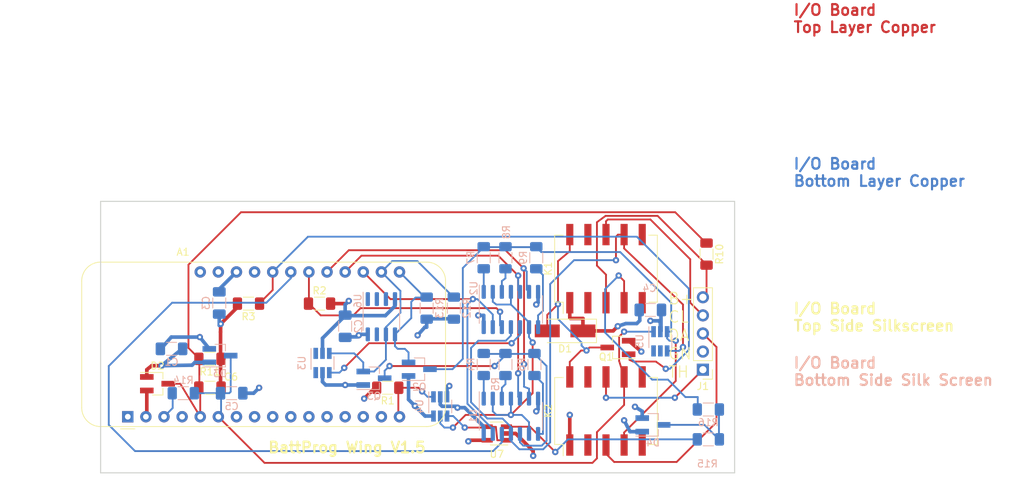
<source format=kicad_pcb>
(kicad_pcb (version 20211014) (generator pcbnew)
  (title_block (title "I/O Board Layout") (date "2022-10-07") (rev "1.5"))
  (layers (0 "F.Cu" signal) (1 "In1.Cu" power) (2 "In2.Cu" power) (31 "B.Cu" signal) (34 "B.Paste" user) (35 "F.Paste" user) (36 "B.SilkS" user "B.Silkscreen") (37 "F.SilkS" user "F.Silkscreen") (38 "B.Mask" user) (39 "F.Mask" user) (44 "Edge.Cuts" user))
  (net 0 "")
  (net 1 "GND")
  (net 2 "+5V")
  (net 3 "Net-(U2-Pad10)")
  (net 4 "/Batt+")
  (net 5 "/Batt_SCL")
  (net 6 "/Batt_SDA")
  (net 7 "Net-(R5-Pad2)")
  (net 8 "Net-(R9-Pad2)")
  (net 9 "Net-(R6-Pad2)")
  (net 10 "/PAS_CLK_EN")
  (net 11 "Net-(R7-Pad2)")
  (net 12 "Net-(R8-Pad2)")
  (net 13 "/ACT_CLK_EN")
  (net 14 "+3.3V")
  (net 15 "/AREF")
  (net 16 "Net-(J1-Pad5)")
  (net 17 "Net-(J1-Pad4)")
  (net 18 "/BattDiv")
  (net 19 "Net-(D1-Pad2)")
  (net 20 "Net-(J1-Pad3)")
  (net 21 "Net-(J1-Pad1)")
  (net 22 "/THERM")
  (net 23 "/HV_SCL")
  (net 24 "/PU_EN0")
  (net 25 "/PU_EN1")
  (net 26 "/PU_EN2")
  (net 27 "/SCL")
  (net 28 "/SDA")
  (net 29 "/Batt_Rly")
  (net 30 "Net-(R4-Pad2)")
  (net 31 "/PULL_SEL")
  (net 32 "/PULL_VOLT")
  (net 33 "Net-(D4-Pad3)")
  (net 34 "Net-(R15-Pad2)")
  (net 35 "Net-(U4-Pad4)")
  (footprint "Package_TO_SOT_SMD:SOT-23_Handsoldering" (layer "F.Cu") (at 175.411 104.328 180)
    (fp_text reference "Q1")
    (fp_text value "BSS806N")
  )
  (footprint "Resistor_SMD:R_1206_3216Metric_Pad1.30x1.75mm_HandSolder" (layer "F.Cu") (at 143.129 109.982 180)
    (fp_text reference "R1")
    (fp_text value "100K")
  )
  (footprint "Resistor_SMD:R_1206_3216Metric_Pad1.30x1.75mm_HandSolder" (layer "F.Cu") (at 133.5675 98.171)
    (fp_text reference "R2")
    (fp_text value "100K")
  )
  (footprint "Resistor_SMD:R_1206_3216Metric_Pad1.30x1.75mm_HandSolder" (layer "F.Cu") (at 187.833 91.2225 -90)
    (fp_text reference "R10")
    (fp_text value "6.81K")
  )
  (footprint "Feather:Adafruit_Feather" (layer "F.Cu") (at 106.68 114.046 90)
    (fp_text reference "A1")
    (fp_text value "Adafruit_Feather_M4_Express")
  )
  (footprint "Capacitor_SMD:C_1206_3216Metric_Pad1.33x1.80mm_HandSolder" (layer "F.Cu") (at 118.2005 109.982)
    (fp_text reference "C6")
    (fp_text value ".1uf")
  )
  (footprint "Connector_PinHeader_2.54mm:PinHeader_1x05_P2.54mm_Vertical" (layer "F.Cu") (at 187.325 107.442 180)
    (fp_text reference "J1")
    (fp_text value "Conn_01x05")
  )
  (footprint "Resistor_SMD:R_1206_3216Metric_Pad1.30x1.75mm_HandSolder" (layer "F.Cu") (at 118.2005 105.918 180)
    (fp_text reference "R11")
    (fp_text value "3.65K")
  )
  (footprint "Diode_SMD:D_SMA_Handsoldering" (layer "F.Cu") (at 168 102 180)
    (fp_text reference "D1")
    (fp_text value "S1A")
  )
  (footprint "BattProg:Relay_DPDT_Omron_G6H-2F" (layer "F.Cu") (at 173.736 93.264 90)
    (fp_text reference "K1")
    (fp_text value "EB2-5NU")
  )
  (footprint "BattProg:Relay_DPDT_Omron_G6H-2F" (layer "F.Cu") (at 173.736 113.238 90)
    (fp_text reference "K2")
    (fp_text value "EB2-5NU")
  )
  (footprint "Resistor_SMD:R_1206_3216Metric_Pad1.30x1.75mm_HandSolder" (layer "F.Cu") (at 123.6075 98.171 180)
    (fp_text reference "R3")
    (fp_text value "100K")
  )
  (footprint "Package_TO_SOT_SMD:SOT-23_Handsoldering" (layer "F.Cu") (at 110.847 109.413)
    (fp_text reference "D2")
    (fp_text value "BAS70-04")
  )
  (footprint "Package_TO_SOT_SMD:SOT-23-5_HandSoldering" (layer "F.Cu") (at 158.4236 116.398 180)
    (fp_text reference "U7")
    (fp_text value "MAX4321")
  )
  (footprint "Package_TO_SOT_SMD:SOT-23_Handsoldering" (layer "B.Cu") (at 147.55 107.376)
    (fp_text reference "Q2")
    (fp_text value "BSS806N")
  )
  (footprint "Package_TO_SOT_SMD:SOT-23_Handsoldering" (layer "B.Cu") (at 141.2 108.646)
    (fp_text reference "Q3")
    (fp_text value "BSS806N")
  )
  (footprint "Resistor_SMD:R_1206_3216Metric_Pad1.30x1.75mm_HandSolder" (layer "B.Cu") (at 159.639 106.7165 -90)
    (fp_text reference "R5")
    (fp_text value "6.8K")
  )
  (footprint "Resistor_SMD:R_1206_3216Metric_Pad1.30x1.75mm_HandSolder" (layer "B.Cu") (at 163.703 106.7165 -90)
    (fp_text reference "R6")
    (fp_text value "5.1K")
  )
  (footprint "Resistor_SMD:R_1206_3216Metric_Pad1.30x1.75mm_HandSolder" (layer "B.Cu") (at 156.591 91.7305 -90)
    (fp_text reference "R7")
    (fp_text value "10K")
  )
  (footprint "Resistor_SMD:R_1206_3216Metric_Pad1.30x1.75mm_HandSolder" (layer "B.Cu") (at 159.639 91.7305 -90)
    (fp_text reference "R8")
    (fp_text value "6.8K")
  )
  (footprint "Resistor_SMD:R_1206_3216Metric_Pad1.30x1.75mm_HandSolder" (layer "B.Cu") (at 163.957 91.7305 -90)
    (fp_text reference "R9")
    (fp_text value "5.1K")
  )
  (footprint "Resistor_SMD:R_1206_3216Metric_Pad1.30x1.75mm_HandSolder" (layer "B.Cu") (at 148.59 98.806 90)
    (fp_text reference "R13")
    (fp_text value "20K")
  )
  (footprint "Package_TO_SOT_SMD:SOT-23_Handsoldering" (layer "B.Cu") (at 119.61 105.471)
    (fp_text reference "D3")
    (fp_text value "BAS70-04")
  )
  (footprint "Package_TO_SOT_SMD:SOT-23-6_Handsoldering" (layer "B.Cu") (at 181.356 103.458 -90)
    (fp_text reference "U5")
    (fp_text value "DT2042-04SO-7")
  )
  (footprint "Package_TO_SOT_SMD:SOT-23-6_Handsoldering" (layer "B.Cu") (at 133.985 106.506 -90)
    (fp_text reference "U3")
    (fp_text value "SN74LVC2G17")
  )
  (footprint "Capacitor_SMD:C_1206_3216Metric_Pad1.33x1.80mm_HandSolder" (layer "B.Cu") (at 112.8125 104.521)
    (fp_text reference "C1")
    (fp_text value ".1uf")
  )
  (footprint "Capacitor_SMD:C_1206_3216Metric_Pad1.33x1.80mm_HandSolder" (layer "B.Cu") (at 137.16 101.346 90)
    (fp_text reference "C2")
    (fp_text value ".1uf")
  )
  (footprint "Capacitor_SMD:C_1206_3216Metric_Pad1.33x1.80mm_HandSolder" (layer "B.Cu") (at 119.507 98.0805 -90)
    (fp_text reference "C3")
    (fp_text value "10uf")
  )
  (footprint "Capacitor_SMD:C_1206_3216Metric_Pad1.33x1.80mm_HandSolder" (layer "B.Cu") (at 179.959 99.06)
    (fp_text reference "C4")
    (fp_text value ".1uf")
  )
  (footprint "Capacitor_SMD:C_1206_3216Metric_Pad1.33x1.80mm_HandSolder" (layer "B.Cu") (at 121.2485 110.744)
    (fp_text reference "C5")
    (fp_text value ".1uf")
  )
  (footprint "Resistor_SMD:R_1206_3216Metric_Pad1.30x1.75mm_HandSolder" (layer "B.Cu") (at 156.591 106.7165 -90)
    (fp_text reference "R4")
    (fp_text value "10K")
  )
  (footprint "Resistor_SMD:R_1206_3216Metric_Pad1.30x1.75mm_HandSolder" (layer "B.Cu") (at 152.4 98.806 90)
    (fp_text reference "R12")
    (fp_text value "20K")
  )
  (footprint "Resistor_SMD:R_1206_3216Metric_Pad1.30x1.75mm_HandSolder" (layer "B.Cu") (at 114.4635 110.744 180)
    (fp_text reference "R14")
    (fp_text value "5.1K")
  )
  (footprint "Package_SO:SOIC-14_3.9x8.7mm_P1.27mm" (layer "B.Cu") (at 160.401 113.981 -90)
    (fp_text reference "U1")
    (fp_text value "MAX4614")
  )
  (footprint "Package_SO:SOIC-14_3.9x8.7mm_P1.27mm" (layer "B.Cu") (at 160.401 98.995 -90)
    (fp_text reference "U2")
    (fp_text value "MAX4614")
  )
  (footprint "Package_SO:SOIC-8_3.9x4.9mm_P1.27mm" (layer "B.Cu") (at 142.24 100.011 -90)
    (fp_text reference "U6")
    (fp_text value "ATECC508A")
  )
  (footprint "Package_TO_SOT_SMD:SOT-23-6_Handsoldering" (layer "B.Cu") (at 150.495 112.602 -90)
    (fp_text reference "U4")
    (fp_text value "MAX4624")
  )
  (footprint "Package_TO_SOT_SMD:SOT-23_Handsoldering" (layer "B.Cu") (at 180.316 115.189)
    (fp_text reference "D4")
    (fp_text value "BAS70-04")
  )
  (footprint "Resistor_SMD:R_1206_3216Metric_Pad1.30x1.75mm_HandSolder" (layer "B.Cu") (at 188.087 117.221 180)
    (fp_text reference "R15")
    (fp_text value "10K")
  )
  (footprint "Resistor_SMD:R_1206_3216Metric_Pad1.30x1.75mm_HandSolder" (layer "B.Cu") (at 188.087 113.03)
    (fp_text reference "R16")
    (fp_text value "10K")
  )
  (gr_line (start 191.77 121.92) (end 102.87 121.92) (layer "Edge.Cuts") (width 0.15))
  (gr_line (start 102.87 83.82) (end 191.77 83.82) (layer "Edge.Cuts") (width 0.15))
  (gr_line (start 191.77 83.82) (end 191.77 121.92) (layer "Edge.Cuts") (width 0.15))
  (gr_line (start 102.87 121.92) (end 102.87 83.82) (layer "Edge.Cuts") (width 0.15))
  (gr_text "I/O Board\nTop Layer Copper" (at 199.898 58.166) (layer "F.Cu") (effects (font (size 1.5 1.5) (thickness 0.3)) (justify left)))
  (gr_text "I/O Board\nBottom Layer Copper" (at 199.898 79.756) (layer "B.Cu") (effects (font (size 1.5 1.5) (thickness 0.3)) (justify left)))
  (gr_text "I/O Board\nBottom Side Silk Screen" (at 199.898 107.696) (layer "B.SilkS") (effects (font (size 1.5 1.5) (thickness 0.3)) (justify left)))
  (gr_text "I/O Board\nTop Side Silkscreen" (at 199.898 100.076) (layer "F.SilkS") (effects (font (size 1.5 1.5) (thickness 0.3)) (justify left)))
  (gr_text "B+\nCL\nDA\nGN\nTH" (at 182.372 102.616) (layer "F.SilkS") (effects (font (size 1.6 1.6)) (justify left)))
  (gr_text "BattProg Wing V1.5" (at 137.414 118.364) (layer "F.SilkS") (effects (font (size 1.5 1.5) (thickness 0.3))))
  (segment (start 137.287 98.171) (end 137.668 97.79) (width 0.508) (layer "F.Cu") (net 1))
  (segment (start 119.7102 101.0158) (end 119.688 102.162) (width 0.508) (layer "F.Cu") (net 1))
  (segment (start 154.5844 117.348) (end 154.432 117.5004) (width 0.508) (layer "F.Cu") (net 1))
  (segment (start 109.347 107.442) (end 109.347 108.463) (width 0.508) (layer "F.Cu") (net 1))
  (segment (start 119.688 102.162) (end 119.688 105.918) (width 0.508) (layer "F.Cu") (net 1))
  (segment (start 141.351 109.982) (end 139.827 111.506) (width 0.508) (layer "F.Cu") (net 1))
  (segment (start 141.6415 109.982) (end 141.351 109.982) (width 0.508) (layer "F.Cu") (net 1))
  (segment (start 119.7102 101.0158) (end 122.12 98.606) (width 0.508) (layer "F.Cu") (net 1))
  (segment (start 176.911 103.378) (end 178.689 104.902) (width 0.508) (layer "F.Cu") (net 1))
  (segment (start 135.055 98.171) (end 137.287 98.171) (width 0.508) (layer "F.Cu") (net 1))
  (segment (start 157.0736 117.348) (end 154.5844 117.348) (width 0.508) (layer "F.Cu") (net 1))
  (segment (start 110.0328 106.8832) (end 109.347 107.442) (width 0.508) (layer "F.Cu") (net 1))
  (segment (start 122.12 98.606) (end 122.12 98.171) (width 0.508) (layer "F.Cu") (net 1))
  (segment (start 119.688 109.982) (end 119.688 105.918) (width 0.508) (layer "F.Cu") (net 1))
  (segment (start 111.402283 106.885317) (end 110.0328 106.8832) (width 0.508) (layer "F.Cu") (net 1))
  (via (at 178.689 104.902) (size 0.889) (drill 0.381) (layers "F.Cu" "B.Cu") (net 1))
  (via (at 151.765 109.728) (size 0.889) (drill 0.381) (layers "F.Cu" "B.Cu") (net 1))
  (via (at 119.7102 101.0158) (size 0.889) (drill 0.381) (layers "F.Cu" "B.Cu") (net 1))
  (via (at 111.402283 106.885317) (size 0.889) (drill 0.381) (layers "F.Cu" "B.Cu") (net 1))
  (via (at 179.959 100.584) (size 0.889) (drill 0.381) (layers "F.Cu" "B.Cu") (net 1))
  (via (at 125.095 109.982) (size 0.889) (drill 0.381) (layers "F.Cu" "B.Cu") (net 1))
  (via (at 137.668 97.79) (size 0.889) (drill 0.381) (layers "F.Cu" "B.Cu") (net 1))
  (via (at 176.276 114.554) (size 0.889) (drill 0.381) (layers "F.Cu" "B.Cu") (net 1))
  (via (at 154.432 117.5004) (size 0.889) (drill 0.381) (layers "F.Cu" "B.Cu") (net 1))
  (via (at 139.827 111.506) (size 0.889) (drill 0.381) (layers "F.Cu" "B.Cu") (net 1))
  (via (at 163.957 98.298) (size 0.889) (drill 0.381) (layers "F.Cu" "B.Cu") (net 1))
  (via (at 163.957 113.284) (size 0.889) (drill 0.381) (layers "F.Cu" "B.Cu") (net 1))
  (segment (start 116.083 106.421) (end 118.11 106.421) (width 0.508) (layer "B.Cu") (net 1))
  (segment (start 133.985 105.156) (end 133.985 103.0335) (width 0.508) (layer "B.Cu") (net 1))
  (segment (start 164.211 96.52) (end 164.211 98.044) (width 0.508) (layer "B.Cu") (net 1))
  (segment (start 142.7975 99.8585) (end 144.145 98.511) (width 0.508) (layer "B.Cu") (net 1))
  (segment (start 115.697 106.807) (end 116.083 106.421) (width 0.508) (layer "B.Cu") (net 1))
  (segment (start 114.3 104.521) (end 111.402283 106.885317) (width 0.508) (layer "B.Cu") (net 1))
  (segment (start 151.445 110.048) (end 151.765 109.728) (width 0.508) (layer "B.Cu") (net 1))
  (segment (start 151.445 111.252) (end 151.445 110.048) (width 0.508) (layer "B.Cu") (net 1))
  (segment (start 164.211 111.506) (end 164.211 113.03) (width 0.508) (layer "B.Cu") (net 1))
  (segment (start 111.402283 106.885317) (end 115.697 106.807) (width 0.508) (layer "B.Cu") (net 1))
  (segment (start 137.16 99.8585) (end 137.16 98.298) (width 0.508) (layer "B.Cu") (net 1))
  (segment (start 181.356 102.108) (end 181.356 100.82) (width 0.508) (layer "B.Cu") (net 1))
  (segment (start 122.736 110.744) (end 124.333 110.744) (width 0.508) (layer "B.Cu") (net 1))
  (segment (start 137.16 98.298) (end 137.668 97.79) (width 0.508) (layer "B.Cu") (net 1))
  (segment (start 133.985 103.0335) (end 137.16 99.8585) (width 0.508) (layer "B.Cu") (net 1))
  (segment (start 181.356 100.82) (end 181.12 100.584) (width 0.508) (layer "B.Cu") (net 1))
  (segment (start 177.1015 116.1415) (end 176.276 114.554) (width 0.508) (layer "B.Cu") (net 1))
  (segment (start 181.4465 99.06) (end 181.4465 102.0175) (width 0.508) (layer "B.Cu") (net 1))
  (segment (start 124.333 110.744) (end 125.095 109.982) (width 0.508) (layer "B.Cu") (net 1))
  (segment (start 164.211 113.03) (end 163.957 113.284) (width 0.508) (layer "B.Cu") (net 1))
  (segment (start 181.12 100.584) (end 179.959 100.584) (width 0.508) (layer "B.Cu") (net 1))
  (segment (start 119.7102 101.0158) (end 119.507 101.219) (width 0.508) (layer "B.Cu") (net 1))
  (segment (start 164.211 98.044) (end 163.957 98.298) (width 0.508) (layer "B.Cu") (net 1))
  (segment (start 178.816 116.139) (end 177.1015 116.1415) (width 0.508) (layer "B.Cu") (net 1))
  (segment (start 144.145 98.511) (end 144.145 97.536) (width 0.508) (layer "B.Cu") (net 1))
  (segment (start 181.4465 102.0175) (end 181.356 102.108) (width 0.508) (layer "B.Cu") (net 1))
  (segment (start 137.16 99.8585) (end 142.7975 99.8585) (width 0.508) (layer "B.Cu") (net 1))
  (segment (start 119.507 101.219) (end 119.507 99.568) (width 0.508) (layer "B.Cu") (net 1))
  (segment (start 168.656 113.792) (end 168.656 118.018) (width 0.508) (layer "F.Cu") (net 2))
  (segment (start 163.5252 118.8616) (end 163.5252 119.5324) (width 0.508) (layer "F.Cu") (net 2))
  (segment (start 168.656 98.044) (end 168.656 100.156) (width 0.508) (layer "F.Cu") (net 2))
  (segment (start 168.75 100.25) (end 170.5 100.25) (width 0.508) (layer "F.Cu") (net 2))
  (segment (start 175.387 101.346) (end 174.733 102) (width 0.508) (layer "F.Cu") (net 2))
  (segment (start 168.656 100.156) (end 168.75 100.25) (width 0.508) (layer "F.Cu") (net 2))
  (segment (start 174.733 102) (end 170.5 102) (width 0.508) (layer "F.Cu") (net 2))
  (segment (start 161.0616 116.398) (end 163.5252 118.8616) (width 0.508) (layer "F.Cu") (net 2))
  (segment (start 159.7736 116.398) (end 161.0616 116.398) (width 0.508) (layer "F.Cu") (net 2))
  (segment (start 170.5 100.25) (end 170.5 102) (width 0.508) (layer "F.Cu") (net 2))
  (via (at 163.5252 119.5324) (size 0.889) (drill 0.381) (layers "F.Cu" "B.Cu") (net 2))
  (via (at 152.9095 112.7745) (size 0.889) (drill 0.381) (layers "F.Cu" "B.Cu") (net 2))
  (via (at 175.387 101.346) (size 0.889) (drill 0.381) (layers "F.Cu" "B.Cu") (net 2))
  (via (at 177.8 112.649) (size 0.889) (drill 0.381) (layers "F.Cu" "B.Cu") (net 2))
  (via (at 168.656 113.792) (size 0.889) (drill 0.381) (layers "F.Cu" "B.Cu") (net 2))
  (via (at 155.829 99.822) (size 0.889) (drill 0.381) (layers "F.Cu" "B.Cu") (net 2))
  (segment (start 150.759098 112.5855) (end 152.7205 112.5855) (width 0.508) (layer "B.Cu") (net 2))
  (segment (start 178.816 113.284) (end 177.8 112.649) (width 0.508) (layer "B.Cu") (net 2))
  (segment (start 156.591 101.47) (end 156.591 99.822) (width 0.508) (layer "B.Cu") (net 2))
  (segment (start 119.507 96.139) (end 121.92 93.726) (width 0.508) (layer "B.Cu") (net 2))
  (segment (start 156.591 99.822) (end 155.829 99.822) (width 0.508) (layer "B.Cu") (net 2))
  (segment (start 119.507 96.593) (end 119.507 96.139) (width 0.508) (layer "B.Cu") (net 2))
  (segment (start 152.9095 112.7745) (end 153.924 112.776) (width 0.508) (layer "B.Cu") (net 2))
  (segment (start 156.591 115.4415) (end 156.591 116.456) (width 0.508) (layer "B.Cu") (net 2))
  (segment (start 178.4715 100.5475) (end 178.4715 99.06) (width 0.508) (layer "B.Cu") (net 2))
  (segment (start 150.495 111.252) (end 150.495 112.321402) (width 0.508) (layer "B.Cu") (net 2))
  (segment (start 178.816 114.239) (end 178.816 113.284) (width 0.508) (layer "B.Cu") (net 2))
  (segment (start 153.924 112.776) (end 156.591 115.4415) (width 0.508) (layer "B.Cu") (net 2))
  (segment (start 175.387 101.346) (end 176.53 100.965) (width 0.508) (layer "B.Cu") (net 2))
  (segment (start 178.054 100.965) (end 178.4715 100.5475) (width 0.508) (layer "B.Cu") (net 2))
  (segment (start 152.7205 112.5855) (end 152.9095 112.7745) (width 0.508) (layer "B.Cu") (net 2))
  (segment (start 150.495 112.321402) (end 150.759098 112.5855) (width 0.508) (layer "B.Cu") (net 2))
  (segment (start 176.53 100.965) (end 178.054 100.965) (width 0.508) (layer "B.Cu") (net 2))
  (segment (start 140.492533 103.728467) (end 160.497467 103.728467) (width 0.254) (layer "F.Cu") (net 3))
  (segment (start 137.033 107.188) (end 140.492533 103.728467) (width 0.254) (layer "F.Cu") (net 3))
  (via (at 137.033 107.188) (size 0.889) (drill 0.381) (layers "F.Cu" "B.Cu") (net 3))
  (via (at 160.497467 103.728467) (size 0.889) (drill 0.381) (layers "F.Cu" "B.Cu") (net 3))
  (segment (start 161.671 102.554934) (end 161.671 101.47) (width 0.254) (layer "B.Cu") (net 3))
  (segment (start 136.365 107.856) (end 137.033 107.188) (width 0.254) (layer "B.Cu") (net 3))
  (segment (start 134.935 107.856) (end 136.365 107.856) (width 0.254) (layer "B.Cu") (net 3))
  (segment (start 160.497467 103.728467) (end 161.671 102.554934) (width 0.254) (layer "B.Cu") (net 3))
  (segment (start 176.276 94.996) (end 176.276 98.044) (width 0.254) (layer "F.Cu") (net 4))
  (segment (start 175.514 94.234) (end 176.276 94.996) (width 0.254) (layer "F.Cu") (net 4))
  (via (at 175.514 94.234) (size 0.889) (drill 0.381) (layers "F.Cu" "B.Cu") (net 4))
  (segment (start 180.213 108.839) (end 173.609 102.235) (width 0.254) (layer "B.Cu") (net 4))
  (segment (start 184.869758 111.2885) (end 182.420258 108.839) (width 0.254) (layer "B.Cu") (net 4))
  (segment (start 173.609 96.139) (end 175.514 94.234) (width 0.254) (layer "B.Cu") (net 4))
  (segment (start 173.609 102.235) (end 173.609 96.139) (width 0.254) (layer "B.Cu") (net 4))
  (segment (start 186.5995 111.2885) (end 184.869758 111.2885) (width 0.254) (layer "B.Cu") (net 4))
  (segment (start 182.420258 108.839) (end 180.213 108.839) (width 0.254) (layer "B.Cu") (net 4))
  (segment (start 186.5995 113.03) (end 186.5995 111.2885) (width 0.254) (layer "B.Cu") (net 4))
  (segment (start 176.276 90.424) (end 184.531 98.298) (width 0.254) (layer "F.Cu") (net 5))
  (segment (start 175.422 88.484) (end 176.276 88.484) (width 0.254) (layer "F.Cu") (net 5))
  (segment (start 176.276 88.484) (end 176.276 90.424) (width 0.254) (layer "F.Cu") (net 5))
  (segment (start 175.133 88.773) (end 175.422 88.484) (width 0.254) (layer "F.Cu") (net 5))
  (segment (start 184.531 98.298) (end 184.531 104.267) (width 0.254) (layer "F.Cu") (net 5))
  (segment (start 175.133 92.075) (end 175.133 88.773) (width 0.254) (layer "F.Cu") (net 5))
  (via (at 184.531 104.267) (size 0.889) (drill 0.381) (layers "F.Cu" "B.Cu") (net 5))
  (via (at 175.133 92.075) (size 0.889) (drill 0.381) (layers "F.Cu" "B.Cu") (net 5))
  (segment (start 164.929425 118.618009) (end 165.90803 117.639404) (width 0.254) (layer "B.Cu") (net 5))
  (segment (start 182.306 104.808) (end 183.99 104.808) (width 0.254) (layer "B.Cu") (net 5))
  (segment (start 154.813 104.394) (end 155.829 103.378) (width 0.254) (layer "B.Cu") (net 5))
  (segment (start 160.401 116.456) (end 160.401 117.431) (width 0.254) (layer "B.Cu") (net 5))
  (segment (start 160.401 117.431) (end 161.588009 118.618009) (width 0.254) (layer "B.Cu") (net 5))
  (segment (start 160.401 115.481) (end 159.22 114.3) (width 0.254) (layer "B.Cu") (net 5))
  (segment (start 169.25606 92.075) (end 175.133 92.075) (width 0.254) (layer "B.Cu") (net 5))
  (segment (start 165.90803 95.42303) (end 169.25606 92.075) (width 0.254) (layer "B.Cu") (net 5))
  (segment (start 161.588009 118.618009) (end 164.929425 118.618009) (width 0.254) (layer "B.Cu") (net 5))
  (segment (start 160.401 116.456) (end 160.401 115.481) (width 0.254) (layer "B.Cu") (net 5))
  (segment (start 183.99 104.808) (end 184.531 104.267) (width 0.254) (layer "B.Cu") (net 5))
  (segment (start 160.401 102.6575) (end 160.401 101.47) (width 0.254) (layer "B.Cu") (net 5))
  (segment (start 159.22 114.3) (end 157.099 114.3) (width 0.254) (layer "B.Cu") (net 5))
  (segment (start 159.6805 103.378) (end 160.401 102.6575) (width 0.254) (layer "B.Cu") (net 5))
  (segment (start 154.813 112.014) (end 154.813 104.394) (width 0.254) (layer "B.Cu") (net 5))
  (segment (start 157.099 114.3) (end 154.813 112.014) (width 0.254) (layer "B.Cu") (net 5))
  (segment (start 155.829 103.378) (end 159.6805 103.378) (width 0.254) (layer "B.Cu") (net 5))
  (segment (start 165.90803 117.639404) (end 165.90803 95.42303) (width 0.254) (layer "B.Cu") (net 5))
  (segment (start 183.515003 109.024997) (end 183.515003 103.378007) (width 0.254) (layer "F.Cu") (net 6))
  (segment (start 176.276 116.264) (end 183.515003 109.024997) (width 0.254) (layer "F.Cu") (net 6))
  (segment (start 176.276 118.018) (end 176.276 116.264) (width 0.254) (layer "F.Cu") (net 6))
  (via (at 183.515003 103.378007) (size 0.889) (drill 0.381) (layers "F.Cu" "B.Cu") (net 6))
  (segment (start 164.646 90.932) (end 163.957 90.243) (width 0.254) (layer "B.Cu") (net 6))
  (segment (start 182.626007 103.378007) (end 183.515003 103.378007) (width 0.254) (layer "B.Cu") (net 6))
  (segment (start 163.957 90.243) (end 156.591 90.243) (width 0.254) (layer "B.Cu") (net 6))
  (segment (start 153.65601 105.93199) (end 152.212 107.376) (width 0.254) (layer "B.Cu") (net 6))
  (segment (start 156.591 90.243) (end 153.65601 93.17799) (width 0.254) (layer "B.Cu") (net 6))
  (segment (start 182.88 102.108) (end 182.88 98.044) (width 0.254) (layer "B.Cu") (net 6))
  (segment (start 182.88 98.044) (end 175.723693 90.932) (width 0.254) (layer "B.Cu") (net 6))
  (segment (start 152.212 107.376) (end 149.05 107.376) (width 0.254) (layer "B.Cu") (net 6))
  (segment (start 182.306 102.108) (end 182.88 102.108) (width 0.254) (layer "B.Cu") (net 6))
  (segment (start 182.306 103.058) (end 182.626007 103.378007) (width 0.254) (layer "B.Cu") (net 6))
  (segment (start 182.306 102.108) (end 182.306 103.058) (width 0.254) (layer "B.Cu") (net 6))
  (segment (start 153.65601 93.17799) (end 153.65601 105.93199) (width 0.254) (layer "B.Cu") (net 6))
  (segment (start 175.723693 90.932) (end 164.646 90.932) (width 0.254) (layer "B.Cu") (net 6))
  (segment (start 159.639 108.204) (end 159.639 109.474) (width 0.254) (layer "B.Cu") (net 7))
  (segment (start 159.639 109.474) (end 159.131 109.982) (width 0.254) (layer "B.Cu") (net 7))
  (segment (start 159.131 109.982) (end 159.131 111.506) (width 0.254) (layer "B.Cu") (net 7))
  (segment (start 164.211 99.822) (end 164.211 101.47) (width 0.254) (layer "B.Cu") (net 8))
  (segment (start 163.957 93.218) (end 164.89201 94.15301) (width 0.254) (layer "B.Cu") (net 8))
  (segment (start 164.89201 94.15301) (end 164.89201 99.187) (width 0.254) (layer "B.Cu") (net 8))
  (segment (start 164.89201 99.187) (end 164.211 99.822) (width 0.254) (layer "B.Cu") (net 8))
  (segment (start 164.89201 116.459) (end 164.211 116.456) (width 0.254) (layer "B.Cu") (net 9))
  (segment (start 164.89201 109.39301) (end 164.89201 116.459) (width 0.254) (layer "B.Cu") (net 9))
  (segment (start 163.703 108.204) (end 164.89201 109.39301) (width 0.254) (layer "B.Cu") (net 9))
  (segment (start 157.9025 118.872) (end 159.131 117.6435) (width 0.254) (layer "B.Cu") (net 10))
  (segment (start 129.54 93.726) (end 129.54 94.615) (width 0.254) (layer "B.Cu") (net 10))
  (segment (start 129.54 94.615) (end 126.111 98.044) (width 0.254) (layer "B.Cu") (net 10))
  (segment (start 104.013 106.934) (end 104.013 115.189) (width 0.254) (layer "B.Cu") (net 10))
  (segment (start 159.131 117.6435) (end 159.131 116.456) (width 0.254) (layer "B.Cu") (net 10))
  (segment (start 112.903 98.044) (end 104.013 106.934) (width 0.254) (layer "B.Cu") (net 10))
  (segment (start 104.013 115.189) (end 107.696 118.872) (width 0.254) (layer "B.Cu") (net 10))
  (segment (start 107.696 118.872) (end 157.9025 118.872) (width 0.254) (layer "B.Cu") (net 10))
  (segment (start 126.111 98.044) (end 112.903 98.044) (width 0.254) (layer "B.Cu") (net 10))
  (segment (start 156.591 93.218) (end 156.591 96.52) (width 0.254) (layer "B.Cu") (net 11))
  (segment (start 159.131 94.996) (end 159.131 96.52) (width 0.254) (layer "B.Cu") (net 12))
  (segment (start 159.639 93.218) (end 159.639 94.615) (width 0.254) (layer "B.Cu") (net 12))
  (segment (start 159.639 94.615) (end 159.131 94.996) (width 0.254) (layer "B.Cu") (net 12))
  (segment (start 158.369 98.806) (end 139.319 98.806) (width 0.254) (layer "F.Cu") (net 13))
  (segment (start 139.319 98.806) (end 138.303 99.822) (width 0.254) (layer "F.Cu") (net 13))
  (segment (start 158.877 99.314) (end 158.369 98.806) (width 0.254) (layer "F.Cu") (net 13))
  (segment (start 132.08 93.726) (end 132.08 98.171) (width 0.254) (layer "F.Cu") (net 13))
  (segment (start 138.303 99.822) (end 133.731 99.822) (width 0.254) (layer "F.Cu") (net 13))
  (segment (start 133.731 99.822) (end 132.08 98.171) (width 0.254) (layer "F.Cu") (net 13))
  (via (at 158.877 99.314) (size 0.889) (drill 0.381) (layers "F.Cu" "B.Cu") (net 13))
  (segment (start 158.877 101.216) (end 159.131 101.47) (width 0.254) (layer "B.Cu") (net 13))
  (segment (start 158.877 99.314) (end 158.877 101.216) (width 0.254) (layer "B.Cu") (net 13))
  (segment (start 109.347 113.919) (end 109.22 114.046) (width 0.508) (layer "F.Cu") (net 14))
  (segment (start 109.347 110.363) (end 109.347 113.919) (width 0.508) (layer "F.Cu") (net 14))
  (via (at 139.065 102.616) (size 0.889) (drill 0.381) (layers "F.Cu" "B.Cu") (net 14))
  (via (at 147.32 102.616) (size 0.889) (drill 0.381) (layers "F.Cu" "B.Cu") (net 14))
  (via (at 116.7765 102.87) (size 0.889) (drill 0.381) (layers "F.Cu" "B.Cu") (net 14))
  (via (at 146.939002 112.522) (size 0.889) (drill 0.381) (layers "F.Cu" "B.Cu") (net 14))
  (via (at 137.165 109.596) (size 0.889) (drill 0.381) (layers "F.Cu" "B.Cu") (net 14))
  (segment (start 137.165 109.596) (end 139.7 109.596) (width 0.508) (layer "B.Cu") (net 14))
  (segment (start 139.195 102.486) (end 139.065 102.616) (width 0.508) (layer "B.Cu") (net 14))
  (segment (start 133.985 109.144) (end 134.437 109.596) (width 0.508) (layer "B.Cu") (net 14))
  (segment (start 148.336 101.473) (end 148.59 101.473) (width 0.508) (layer "B.Cu") (net 14))
  (segment (start 146.05 111.632998) (end 146.939002 112.522) (width 0.508) (layer "B.Cu") (net 14))
  (segment (start 112.776 102.87) (end 111.325 104.521) (width 0.508) (layer "B.Cu") (net 14))
  (segment (start 138.8475 102.8335) (end 139.065 102.616) (width 0.508) (layer "B.Cu") (net 14))
  (segment (start 148.59 100.2935) (end 152.4 100.2935) (width 0.508) (layer "B.Cu") (net 14))
  (segment (start 116.72699 102.87) (end 112.776 102.87) (width 0.508) (layer "B.Cu") (net 14))
  (segment (start 134.437 109.596) (end 137.165 109.596) (width 0.508) (layer "B.Cu") (net 14))
  (segment (start 140.335 102.486) (end 139.195 102.486) (width 0.508) (layer "B.Cu") (net 14))
  (segment (start 133.985 107.856) (end 133.985 109.144) (width 0.508) (layer "B.Cu") (net 14))
  (segment (start 116.7765 102.87) (end 118.11 104.521) (width 0.508) (layer "B.Cu") (net 14))
  (segment (start 148.369002 113.952) (end 146.939002 112.522) (width 0.508) (layer "B.Cu") (net 14))
  (segment (start 137.16 102.8335) (end 138.8475 102.8335) (width 0.508) (layer "B.Cu") (net 14))
  (segment (start 149.545 113.952) (end 148.369002 113.952) (width 0.508) (layer "B.Cu") (net 14))
  (segment (start 147.32 102.616) (end 148.336 101.473) (width 0.508) (layer "B.Cu") (net 14))
  (segment (start 148.59 101.473) (end 148.59 100.2935) (width 0.508) (layer "B.Cu") (net 14))
  (segment (start 146.05 108.326) (end 146.05 111.632998) (width 0.508) (layer "B.Cu") (net 14))
  (segment (start 112.976 110.744) (end 112.976 112.83) (width 0.254) (layer "B.Cu") (net 15))
  (segment (start 112.976 112.83) (end 111.76 114.046) (width 0.254) (layer "B.Cu") (net 15))
  (segment (start 187.833 92.71) (end 187.833 96.774) (width 0.254) (layer "F.Cu") (net 16))
  (segment (start 173.736 94.107) (end 172.466 92.837) (width 0.254) (layer "F.Cu") (net 16))
  (segment (start 180.975011 85.852011) (end 187.833 92.71) (width 0.254) (layer "F.Cu") (net 16))
  (segment (start 172.466 86.741) (end 173.682187 85.852011) (width 0.254) (layer "F.Cu") (net 16))
  (segment (start 173.736 98.044) (end 173.736 94.107) (width 0.254) (layer "F.Cu") (net 16))
  (segment (start 173.682187 85.852011) (end 180.975011 85.852011) (width 0.254) (layer "F.Cu") (net 16))
  (segment (start 172.466 92.837) (end 172.466 86.741) (width 0.254) (layer "F.Cu") (net 16))
  (segment (start 187.833 96.774) (end 187.325 97.282) (width 0.254) (layer "F.Cu") (net 16))
  (segment (start 173.736 88.484) (end 173.736 86.614) (width 0.254) (layer "F.Cu") (net 17))
  (segment (start 185.547 91.948) (end 185.547 98.044) (width 0.254) (layer "F.Cu") (net 17))
  (segment (start 179.959022 86.360022) (end 185.547 91.948) (width 0.254) (layer "F.Cu") (net 17))
  (segment (start 185.547 98.044) (end 187.325 99.822) (width 0.254) (layer "F.Cu") (net 17))
  (segment (start 173.736 86.614) (end 173.99 86.360022) (width 0.254) (layer "F.Cu") (net 17))
  (segment (start 173.99 86.360022) (end 179.959022 86.360022) (width 0.254) (layer "F.Cu") (net 17))
  (segment (start 122.555 85.344) (end 115.189 92.71) (width 0.254) (layer "F.Cu") (net 18))
  (segment (start 115.189 104.394) (end 116.713 105.918) (width 0.254) (layer "F.Cu") (net 18))
  (segment (start 187.833 89.735) (end 183.442 85.344) (width 0.254) (layer "F.Cu") (net 18))
  (segment (start 115.189 92.71) (end 115.189 104.394) (width 0.254) (layer "F.Cu") (net 18))
  (segment (start 116.84 114.046) (end 116.84 110.109) (width 0.254) (layer "F.Cu") (net 18))
  (segment (start 183.442 85.344) (end 122.555 85.344) (width 0.254) (layer "F.Cu") (net 18))
  (segment (start 116.713 109.982) (end 116.713 105.918) (width 0.254) (layer "F.Cu") (net 18))
  (segment (start 116.84 110.109) (end 116.713 109.982) (width 0.254) (layer "F.Cu") (net 18))
  (segment (start 114.046 109.4232) (end 116.84 114.046) (width 0.254) (layer "F.Cu") (net 18))
  (segment (start 112.347 109.413) (end 114.046 109.4232) (width 0.254) (layer "F.Cu") (net 18))
  (segment (start 167.005 98.245) (end 167.005 92.202) (width 0.254) (layer "F.Cu") (net 19))
  (segment (start 170.25 104.75) (end 171 104.75) (width 0.254) (layer "F.Cu") (net 19))
  (segment (start 167.767 91.567) (end 168.656 90.805) (width 0.254) (layer "F.Cu") (net 19))
  (segment (start 165.5 99.75) (end 167 98.25) (width 0.254) (layer "F.Cu") (net 19))
  (segment (start 165.5 102) (end 165.5 99.75) (width 0.254) (layer "F.Cu") (net 19))
  (segment (start 167.005 92.202) (end 167.767 91.567) (width 0.254) (layer "F.Cu") (net 19))
  (segment (start 171.422 104.328) (end 171 104.75) (width 0.254) (layer "F.Cu") (net 19))
  (segment (start 168.656 108.458) (end 168.656 106.344) (width 0.254) (layer "F.Cu") (net 19))
  (segment (start 167 98.25) (end 167.005 98.245) (width 0.254) (layer "F.Cu") (net 19))
  (segment (start 173.911 104.328) (end 171.422 104.328) (width 0.254) (layer "F.Cu") (net 19))
  (segment (start 168.656 90.805) (end 168.656 88.484) (width 0.254) (layer "F.Cu") (net 19))
  (segment (start 168.656 106.344) (end 170.25 104.75) (width 0.254) (layer "F.Cu") (net 19))
  (via (at 171 104.75) (size 0.889) (drill 0.381) (layers "F.Cu" "B.Cu") (net 19))
  (via (at 167 98.25) (size 0.889) (drill 0.381) (layers "F.Cu" "B.Cu") (net 19))
  (segment (start 167 100.325) (end 170.307 103.632) (width 0.254) (layer "B.Cu") (net 19))
  (segment (start 170.307 104.057) (end 171 104.75) (width 0.254) (layer "B.Cu") (net 19))
  (segment (start 167 98.25) (end 167 100.325) (width 0.254) (layer "B.Cu") (net 19))
  (segment (start 170.307 103.632) (end 170.307 104.057) (width 0.254) (layer "B.Cu") (net 19))
  (segment (start 174.879 120.396) (end 183.642 120.396) (width 0.254) (layer "F.Cu") (net 20))
  (segment (start 189.23 104.267) (end 187.325 102.362) (width 0.254) (layer "F.Cu") (net 20))
  (segment (start 183.642 120.396) (end 189.23 114.808) (width 0.254) (layer "F.Cu") (net 20))
  (segment (start 173.736 118.018) (end 173.736 119.253) (width 0.254) (layer "F.Cu") (net 20))
  (segment (start 189.23 114.808) (end 189.23 104.267) (width 0.254) (layer "F.Cu") (net 20))
  (segment (start 173.736 119.253) (end 174.879 120.396) (width 0.254) (layer "F.Cu") (net 20))
  (segment (start 173.736 108.458) (end 173.736 111.379) (width 0.254) (layer "F.Cu") (net 21))
  (segment (start 187.325 107.442) (end 183.388 111.379) (width 0.254) (layer "F.Cu") (net 21))
  (via (at 183.388 111.379) (size 0.889) (drill 0.381) (layers "F.Cu" "B.Cu") (net 21))
  (via (at 173.736 111.379) (size 0.889) (drill 0.381) (layers "F.Cu" "B.Cu") (net 21))
  (segment (start 173.736 111.379) (end 183.388 111.379) (width 0.254) (layer "B.Cu") (net 21))
  (segment (start 176.276 108.458) (end 176.276 112.395) (width 0.254) (layer "F.Cu") (net 22))
  (segment (start 172.466 116.205) (end 172.466 119.888) (width 0.254) (layer "F.Cu") (net 22))
  (segment (start 176.276 102.108) (end 175.579999 102.804001) (width 0.254) (layer "F.Cu") (net 22))
  (segment (start 175.579999 106.233001) (end 176.276 108.458) (width 0.254) (layer "F.Cu") (net 22))
  (segment (start 172.466 119.888) (end 171.831 120.523) (width 0.254) (layer "F.Cu") (net 22))
  (segment (start 176.276 112.395) (end 172.466 116.205) (width 0.254) (layer "F.Cu") (net 22))
  (segment (start 125.857 120.523) (end 119.38 114.046) (width 0.254) (layer "F.Cu") (net 22))
  (segment (start 171.831 120.523) (end 125.857 120.523) (width 0.254) (layer "F.Cu") (net 22))
  (segment (start 175.579999 102.804001) (end 175.579999 106.233001) (width 0.254) (layer "F.Cu") (net 22))
  (via (at 176.276 102.108) (size 0.889) (drill 0.381) (layers "F.Cu" "B.Cu") (net 22))
  (segment (start 115.951 110.744) (end 119.761 110.744) (width 0.254) (layer "B.Cu") (net 22))
  (segment (start 180.406 102.108) (end 176.276 102.108) (width 0.254) (layer "B.Cu") (net 22))
  (segment (start 121.11 110.538) (end 120.904 110.744) (width 0.254) (layer "B.Cu") (net 22))
  (segment (start 120.904 110.744) (end 119.761 110.744) (width 0.254) (layer "B.Cu") (net 22))
  (segment (start 119.761 113.665) (end 119.38 114.046) (width 0.254) (layer "B.Cu") (net 22))
  (segment (start 121.11 105.471) (end 121.11 110.538) (width 0.254) (layer "B.Cu") (net 22))
  (segment (start 119.761 110.744) (end 119.761 113.665) (width 0.254) (layer "B.Cu") (net 22))
  (segment (start 143.383 106.934) (end 158.114974 106.934) (width 0.254) (layer "F.Cu") (net 23))
  (via (at 143.383 106.934) (size 0.889) (drill 0.381) (layers "F.Cu" "B.Cu") (net 23))
  (via (at 158.114974 106.934) (size 0.889) (drill 0.381) (layers "F.Cu" "B.Cu") (net 23))
  (segment (start 142.6972 107.5944) (end 142.7 108.646) (width 0.254) (layer "B.Cu") (net 23))
  (segment (start 162.1375 118.11) (end 161.671 117.6435) (width 0.254) (layer "B.Cu") (net 23))
  (segment (start 159.639 105.409974) (end 158.114974 106.934) (width 0.254) (layer "B.Cu") (net 23))
  (segment (start 165.40002 117.42898) (end 164.719 118.11) (width 0.254) (layer "B.Cu") (net 23))
  (segment (start 159.639 105.229) (end 159.639 105.409974) (width 0.254) (layer "B.Cu") (net 23))
  (segment (start 156.591 105.229) (end 159.639 105.229) (width 0.254) (layer "B.Cu") (net 23))
  (segment (start 161.671 117.6435) (end 161.671 116.456) (width 0.254) (layer "B.Cu") (net 23))
  (segment (start 164.719 118.11) (end 162.1375 118.11) (width 0.254) (layer "B.Cu") (net 23))
  (segment (start 165.40002 106.92602) (end 165.40002 117.42898) (width 0.254) (layer "B.Cu") (net 23))
  (segment (start 163.703 105.229) (end 165.40002 106.92602) (width 0.254) (layer "B.Cu") (net 23))
  (segment (start 143.383 106.934) (end 142.6972 107.5944) (width 0.254) (layer "B.Cu") (net 23))
  (segment (start 159.639 105.229) (end 163.703 105.229) (width 0.254) (layer "B.Cu") (net 23))
  (segment (start 139.7 93.726) (end 143.51 97.536) (width 0.254) (layer "F.Cu") (net 24))
  (segment (start 143.51 97.536) (end 155.067 97.536) (width 0.254) (layer "F.Cu") (net 24))
  (via (at 155.067 97.536) (size 0.889) (drill 0.381) (layers "F.Cu" "B.Cu") (net 24))
  (segment (start 157.861 116.456) (end 157.861 115.780436) (width 0.254) (layer "B.Cu") (net 24))
  (segment (start 154.305 98.298) (end 155.067 97.536) (width 0.254) (layer "B.Cu") (net 24))
  (segment (start 155.695617 97.536) (end 155.067 97.536) (width 0.254) (layer "B.Cu") (net 24))
  (segment (start 157.861 101.47) (end 157.861 99.701383) (width 0.254) (layer "B.Cu") (net 24))
  (segment (start 154.305 112.224436) (end 154.305 98.298) (width 0.254) (layer "B.Cu") (net 24))
  (segment (start 157.861 115.780436) (end 154.305 112.224436) (width 0.254) (layer "B.Cu") (net 24))
  (segment (start 157.861 99.701383) (end 155.695617 97.536) (width 0.254) (layer "B.Cu") (net 24))
  (segment (start 158.623 91.44) (end 161.417 94.234) (width 0.254) (layer "F.Cu") (net 25))
  (segment (start 137.16 93.726) (end 139.446 91.44) (width 0.254) (layer "F.Cu") (net 25))
  (segment (start 139.446 91.44) (end 158.623 91.44) (width 0.254) (layer "F.Cu") (net 25))
  (segment (start 161.417 94.234) (end 161.417 107.95) (width 0.254) (layer "F.Cu") (net 25))
  (via (at 161.417 107.95) (size 0.889) (drill 0.381) (layers "F.Cu" "B.Cu") (net 25))
  (via (at 161.417 94.234) (size 0.889) (drill 0.381) (layers "F.Cu" "B.Cu") (net 25))
  (segment (start 161.417 107.95) (end 161.417 111.252) (width 0.254) (layer "B.Cu") (net 25))
  (segment (start 161.417 111.252) (end 161.671 111.506) (width 0.254) (layer "B.Cu") (net 25))
  (segment (start 161.417 96.266) (end 161.671 96.52) (width 0.254) (layer "B.Cu") (net 25))
  (segment (start 161.417 94.234) (end 161.417 96.266) (width 0.254) (layer "B.Cu") (net 25))
  (segment (start 162.2425 106.68) (end 162.2425 93.2815) (width 0.254) (layer "F.Cu") (net 26))
  (segment (start 137.668 90.678) (end 159.639 90.678) (width 0.254) (layer "F.Cu") (net 26))
  (segment (start 159.639 90.678) (end 162.179 93.218) (width 0.254) (layer "F.Cu") (net 26))
  (segment (start 134.62 93.726) (end 137.668 90.678) (width 0.254) (layer "F.Cu") (net 26))
  (segment (start 162.2425 93.2815) (end 162.179 93.218) (width 0.254) (layer "F.Cu") (net 26))
  (via (at 162.179 93.218) (size 0.889) (drill 0.381) (layers "F.Cu" "B.Cu") (net 26))
  (via (at 162.2425 106.68) (size 0.889) (drill 0.381) (layers "F.Cu" "B.Cu") (net 26))
  (segment (start 162.2425 109.8325) (end 162.2425 106.68) (width 0.254) (layer "B.Cu") (net 26))
  (segment (start 162.623499 93.662499) (end 162.623499 96.202499) (width 0.254) (layer "B.Cu") (net 26))
  (segment (start 162.941 111.506) (end 162.941 110.109) (width 0.254) (layer "B.Cu") (net 26))
  (segment (start 162.179 93.218) (end 162.623499 93.662499) (width 0.254) (layer "B.Cu") (net 26))
  (segment (start 162.623499 96.202499) (end 162.941 96.52) (width 0.254) (layer "B.Cu") (net 26))
  (segment (start 162.941 110.109) (end 162.2425 109.8325) (width 0.254) (layer "B.Cu") (net 26))
  (segment (start 142.875 106.045) (end 141.224 107.696) (width 0.254) (layer "B.Cu") (net 27))
  (segment (start 141.224 107.696) (end 139.7 107.696) (width 0.254) (layer "B.Cu") (net 27))
  (segment (start 144.907 99.441) (end 144.907 96.393) (width 0.254) (layer "B.Cu") (net 27))
  (segment (start 142.875 102.486) (end 142.875 106.045) (width 0.254) (layer "B.Cu") (net 27))
  (segment (start 144.907 96.393) (end 142.24 93.726) (width 0.254) (layer "B.Cu") (net 27))
  (segment (start 142.875 102.486) (end 142.875 101.473) (width 0.254) (layer "B.Cu") (net 27))
  (segment (start 139.7 106.426) (end 139.7 107.696) (width 0.254) (layer "B.Cu") (net 27))
  (segment (start 138.43 105.156) (end 139.7 106.426) (width 0.254) (layer "B.Cu") (net 27))
  (segment (start 143.764 92.202) (end 142.24 93.726) (width 0.254) (layer "B.Cu") (net 27))
  (segment (start 142.875 101.473) (end 144.907 99.441) (width 0.254) (layer "B.Cu") (net 27))
  (segment (start 134.935 105.156) (end 138.43 105.156) (width 0.254) (layer "B.Cu") (net 27))
  (segment (start 152.4 97.3185) (end 147.2835 92.202) (width 0.254) (layer "B.Cu") (net 27))
  (segment (start 147.2835 92.202) (end 143.764 92.202) (width 0.254) (layer "B.Cu") (net 27))
  (segment (start 146.431 100.2) (end 146.431 97.917) (width 0.254) (layer "B.Cu") (net 28))
  (segment (start 148.3725 97.3185) (end 144.78 93.726) (width 0.254) (layer "B.Cu") (net 28))
  (segment (start 144.145 102.486) (end 146.431 100.2) (width 0.254) (layer "B.Cu") (net 28))
  (segment (start 144.526 104.521) (end 144.145 104.14) (width 0.254) (layer "B.Cu") (net 28))
  (segment (start 146.05 105.029) (end 145.542 104.521) (width 0.254) (layer "B.Cu") (net 28))
  (segment (start 144.145 104.14) (end 144.145 102.486) (width 0.254) (layer "B.Cu") (net 28))
  (segment (start 148.59 97.3185) (end 148.3725 97.3185) (width 0.254) (layer "B.Cu") (net 28))
  (segment (start 148.59 97.3185) (end 147.0295 97.3185) (width 0.254) (layer "B.Cu") (net 28))
  (segment (start 147.0295 97.3185) (end 146.431 97.917) (width 0.254) (layer "B.Cu") (net 28))
  (segment (start 146.05 106.426) (end 146.05 105.029) (width 0.254) (layer "B.Cu") (net 28))
  (segment (start 145.542 104.521) (end 144.526 104.521) (width 0.254) (layer "B.Cu") (net 28))
  (segment (start 180.721 106.299) (end 177.546 106.299) (width 0.254) (layer "F.Cu") (net 29))
  (segment (start 127 93.726) (end 127 96.266) (width 0.254) (layer "F.Cu") (net 29))
  (segment (start 177.038 106.0704) (end 177.038 105.405) (width 0.254) (layer "F.Cu") (net 29))
  (segment (start 177.038 105.405) (end 176.911 105.278) (width 0.254) (layer "F.Cu") (net 29))
  (segment (start 127 96.266) (end 125.095 98.171) (width 0.254) (layer "F.Cu") (net 29))
  (segment (start 182.118 107.315) (end 180.721 106.299) (width 0.254) (layer "F.Cu") (net 29))
  (segment (start 177.546 106.299) (end 177.038 106.0704) (width 0.254) (layer "F.Cu") (net 29))
  (via (at 182.118 107.315) (size 0.889) (drill 0.381) (layers "F.Cu" "B.Cu") (net 29))
  (segment (start 185.356501 96.075501) (end 185.356501 104.663241) (width 0.254) (layer "B.Cu") (net 29))
  (segment (start 178.054 88.773) (end 185.356501 96.075501) (width 0.254) (layer "B.Cu") (net 29))
  (segment (start 182.704742 107.315) (end 182.118 107.315) (width 0.254) (layer "B.Cu") (net 29))
  (segment (start 131.953 88.773) (end 178.054 88.773) (width 0.254) (layer "B.Cu") (net 29))
  (segment (start 185.356501 104.663241) (end 182.704742 107.315) (width 0.254) (layer "B.Cu") (net 29))
  (segment (start 127 93.726) (end 131.953 88.773) (width 0.254) (layer "B.Cu") (net 29))
  (segment (start 156.591 108.204) (end 156.591 111.506) (width 0.254) (layer "B.Cu") (net 30))
  (segment (start 147.447 109.982) (end 144.6165 109.982) (width 0.254) (layer "F.Cu") (net 31))
  (segment (start 144.6165 113.8825) (end 144.78 114.046) (width 0.254) (layer "F.Cu") (net 31))
  (segment (start 147.955 110.49) (end 147.447 109.982) (width 0.254) (layer "F.Cu") (net 31))
  (segment (start 144.6165 109.982) (end 144.6165 113.8825) (width 0.254) (layer "F.Cu") (net 31))
  (via (at 147.955 110.49) (size 0.889) (drill 0.381) (layers "F.Cu" "B.Cu") (net 31))
  (segment (start 149.545 111.252) (end 148.717 111.252) (width 0.254) (layer "B.Cu") (net 31))
  (segment (start 148.717 111.252) (end 147.955 110.49) (width 0.254) (layer "B.Cu") (net 31))
  (segment (start 152.273 115.57) (end 154.051 113.792) (width 0.254) (layer "F.Cu") (net 32))
  (segment (start 163.449 110.744) (end 163.449 103.632) (width 0.254) (layer "F.Cu") (net 32))
  (segment (start 154.051 113.792) (end 160.401 113.792) (width 0.254) (layer "F.Cu") (net 32))
  (segment (start 160.401 113.792) (end 163.449 110.744) (width 0.254) (layer "F.Cu") (net 32))
  (via (at 163.449 103.632) (size 0.889) (drill 0.381) (layers "F.Cu" "B.Cu") (net 32))
  (via (at 160.401 113.792) (size 0.889) (drill 0.381) (layers "F.Cu" "B.Cu") (net 32))
  (via (at 152.273 115.57) (size 0.889) (drill 0.381) (layers "F.Cu" "B.Cu") (net 32))
  (segment (start 161.925 113.792) (end 162.941 114.808) (width 0.254) (layer "B.Cu") (net 32))
  (segment (start 157.861 113.284) (end 158.36899 113.79199) (width 0.254) (layer "B.Cu") (net 32))
  (segment (start 162.941 100.799018) (end 162.941 101.47) (width 0.254) (layer "B.Cu") (net 32))
  (segment (start 160.40099 113.79199) (end 160.401 113.792) (width 0.254) (layer "B.Cu") (net 32))
  (segment (start 160.401 98.298) (end 162.941 100.799018) (width 0.254) (layer "B.Cu") (net 32))
  (segment (start 158.369 98.298) (end 160.401 98.298) (width 0.254) (layer "B.Cu") (net 32))
  (segment (start 157.861 97.917) (end 158.369 98.298) (width 0.254) (layer "B.Cu") (net 32))
  (segment (start 160.401 111.506) (end 160.401 113.792) (width 0.254) (layer "B.Cu") (net 32))
  (segment (start 151.079 115.57) (end 152.273 115.57) (width 0.254) (layer "B.Cu") (net 32))
  (segment (start 150.495 114.986) (end 151.079 115.57) (width 0.254) (layer "B.Cu") (net 32))
  (segment (start 163.449 103.632) (end 162.941 102.87) (width 0.254) (layer "B.Cu") (net 32))
  (segment (start 162.941 102.87) (end 162.941 101.47) (width 0.254) (layer "B.Cu") (net 32))
  (segment (start 160.401 96.52) (end 160.401 98.298) (width 0.254) (layer "B.Cu") (net 32))
  (segment (start 157.861 111.506) (end 157.861 113.284) (width 0.254) (layer "B.Cu") (net 32))
  (segment (start 157.861 96.52) (end 157.861 97.917) (width 0.254) (layer "B.Cu") (net 32))
  (segment (start 150.495 113.952) (end 150.495 114.986) (width 0.254) (layer "B.Cu") (net 32))
  (segment (start 158.36899 113.79199) (end 160.40099 113.79199) (width 0.254) (layer "B.Cu") (net 32))
  (segment (start 162.941 116.456) (end 162.941 114.808) (width 0.254) (layer "B.Cu") (net 32))
  (segment (start 160.401 113.792) (end 161.925 113.792) (width 0.254) (layer "B.Cu") (net 32))
  (segment (start 187.5425 115.189) (end 189.5745 117.221) (width 0.254) (layer "B.Cu") (net 33))
  (segment (start 181.816 115.189) (end 187.5425 115.189) (width 0.254) (layer "B.Cu") (net 33))
  (segment (start 189.5745 117.221) (end 189.5745 113.03) (width 0.254) (layer "B.Cu") (net 33))
  (segment (start 166.624 118.999) (end 163.073 115.448) (width 0.254) (layer "F.Cu") (net 34))
  (segment (start 163.073 115.448) (end 159.7736 115.448) (width 0.254) (layer "F.Cu") (net 34))
  (via (at 166.624 118.999) (size 0.889) (drill 0.381) (layers "F.Cu" "B.Cu") (net 34))
  (segment (start 168.402 117.221) (end 166.624 118.999) (width 0.254) (layer "B.Cu") (net 34))
  (segment (start 186.5995 117.221) (end 168.402 117.221) (width 0.254) (layer "B.Cu") (net 34))
  (segment (start 158.2928 115.4684) (end 158.496 117.348) (width 0.254) (layer "F.Cu") (net 35))
  (segment (start 157.0736 115.448) (end 157.094 115.4684) (width 0.254) (layer "F.Cu") (net 35))
  (segment (start 153.924 115.57) (end 156.9516 115.57) (width 0.254) (layer "F.Cu") (net 35))
  (segment (start 158.496 117.348) (end 159.7736 117.348) (width 0.254) (layer "F.Cu") (net 35))
  (segment (start 157.094 115.4684) (end 158.2928 115.4684) (width 0.254) (layer "F.Cu") (net 35))
  (segment (start 156.9516 115.57) (end 157.0736 115.448) (width 0.254) (layer "F.Cu") (net 35))
  (via (at 153.924 115.57) (size 0.889) (drill 0.381) (layers "F.Cu" "B.Cu") (net 35))
  (segment (start 152.306 113.952) (end 153.924 115.57) (width 0.254) (layer "B.Cu") (net 35))
  (segment (start 151.445 113.952) (end 152.306 113.952) (width 0.254) (layer "B.Cu") (net 35))
)
</source>
